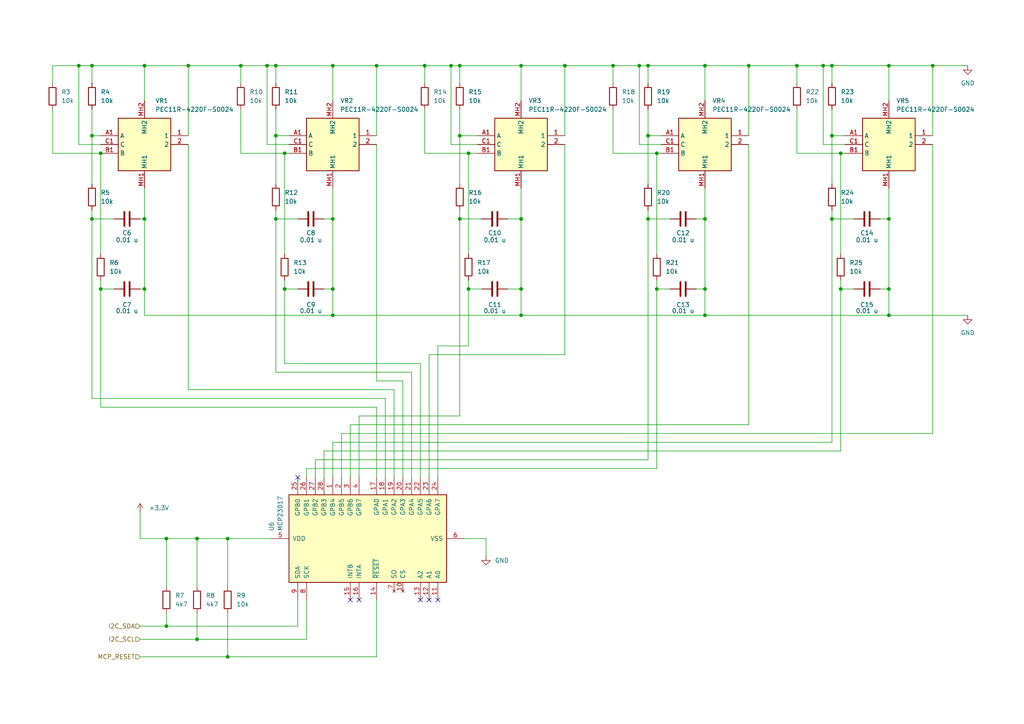
<source format=kicad_sch>
(kicad_sch (version 20250114) (generator "eeschema") (generator_version "9.0")
  (paper "A4")
  (title_block (title "VC 5") (date "2025-02-25") (rev "1.0") (comment 1 "Designed by Jan Eberhardt"))
  (lib_symbols
    (symbol "Device:C" (pin_numbers (hide yes)) (pin_names (offset 0.254))
      (property "Reference" "C" (at 0.635 2.54 0))
      (property "Value" "C" (at 0.635 -2.54 0))
      (symbol "C_0_1"
        (polyline (pts (xy -2.032 0.762) (xy 2.032 0.762)) (stroke (width 0.508)))
        (polyline (pts (xy -2.032 -0.762) (xy 2.032 -0.762)) (stroke (width 0.508)))
      )
      (symbol "C_1_1"
        (pin passive line (at 0 3.81 270) (length 2.794) (name "~") (number "1"))
        (pin passive line (at 0 -3.81 90) (length 2.794) (name "~") (number "2"))
      )
    )
    (symbol "Device:R" (pin_numbers (hide yes)) (pin_names (offset 0))
      (property "Reference" "R" (at 2.032 0 90))
      (property "Value" "R" (at 0 0 90))
      (symbol "R_0_1"
        (rectangle (start -1.016 -2.54) (end 1.016 2.54) (stroke (width 0.254)))
      )
      (symbol "R_1_1"
        (pin passive line (at 0 3.81 270) (length 1.27) (name "~") (number "1"))
        (pin passive line (at 0 -3.81 90) (length 1.27) (name "~") (number "2"))
      )
    )
    (symbol "VC5_library:MCP23017" (pin_names (offset 1.016))
      (property "Reference" "U7" (at 2.1941 27.94 0))
      (property "Value" "MCP23017" (at 2.1941 25.4 0))
      (symbol "MCP23017_0_1"
        (rectangle (start -12.7 22.86) (end 12.7 -22.86) (stroke (width 0.254)) (fill (type background)))
      )
      (symbol "MCP23017_1_1"
        (pin bidirectional line (at -17.78 20.32 0) (length 5.08) (name "SDA") (number "9"))
        (pin input line (at -17.78 17.78 0) (length 5.08) (name "SCK") (number "8"))
        (pin tri_state line (at -17.78 5.08 0) (length 5.08) (name "INTB") (number "15"))
        (pin tri_state line (at -17.78 2.54 0) (length 5.08) (name "INTA") (number "16"))
        (pin input line (at -17.78 -2.54 0) (length 5.08) (name "~{RESET}") (number "14"))
        (pin input line (at -17.78 -15.24 0) (length 5.08) (name "A2") (number "13"))
        (pin input line (at -17.78 -17.78 0) (length 5.08) (name "A1") (number "12"))
        (pin input line (at -17.78 -20.32 0) (length 5.08) (name "A0") (number "11"))
        (pin no_connect line (at -15.24 -7.62 0) (length 2.54) (name "SO") (number "7"))
        (pin no_connect line (at -15.24 -10.16 0) (length 2.54) (name "CS") (number "10"))
        (pin power_in line (at 0 27.94 270) (length 5.08) (name "VDD") (number "5"))
        (pin power_in line (at 0 -27.94 90) (length 5.08) (name "VSS") (number "6"))
        (pin bidirectional line (at 17.78 20.32 180) (length 5.08) (name "GPB0") (number "25"))
        (pin bidirectional line (at 17.78 17.78 180) (length 5.08) (name "GPB1") (number "26"))
        (pin bidirectional line (at 17.78 15.24 180) (length 5.08) (name "GPB2") (number "27"))
        (pin bidirectional line (at 17.78 12.7 180) (length 5.08) (name "GPB3") (number "28"))
        (pin bidirectional line (at 17.78 10.16 180) (length 5.08) (name "GPB4") (number "1"))
        (pin bidirectional line (at 17.78 7.62 180) (length 5.08) (name "GPB5") (number "2"))
        (pin bidirectional line (at 17.78 5.08 180) (length 5.08) (name "GPB6") (number "3"))
        (pin bidirectional line (at 17.78 2.54 180) (length 5.08) (name "GPB7") (number "4"))
        (pin bidirectional line (at 17.78 -2.54 180) (length 5.08) (name "GPA0") (number "17"))
        (pin bidirectional line (at 17.78 -5.08 180) (length 5.08) (name "GPA1") (number "18"))
        (pin bidirectional line (at 17.78 -7.62 180) (length 5.08) (name "GPA2") (number "19"))
        (pin bidirectional line (at 17.78 -10.16 180) (length 5.08) (name "GPA3") (number "20"))
        (pin bidirectional line (at 17.78 -12.7 180) (length 5.08) (name "GPA4") (number "21"))
        (pin bidirectional line (at 17.78 -15.24 180) (length 5.08) (name "GPA5") (number "22"))
        (pin bidirectional line (at 17.78 -17.78 180) (length 5.08) (name "GPA6") (number "23"))
        (pin bidirectional line (at 17.78 -20.32 180) (length 5.08) (name "GPA7") (number "24"))
      )
    )
    (symbol "VC5_library:PEC11R-4220F-S0024"
      (property "Reference" "VR" (at 21.59 12.7 0))
      (property "Value" "PEC11R-4220F-S0024" (at 21.59 10.16 0))
      (symbol "PEC11R-4220F-S0024_1_1"
        (rectangle (start 5.08 7.62) (end 20.32 -7.62) (stroke (width 0.254)) (fill (type background)))
        (pin passive line (at 0 0 0) (length 5.08) (name "MH2") (number "MH2"))
        (pin passive line (at 10.16 12.7 270) (length 5.08) (name "1") (number "1"))
        (pin passive line (at 10.16 -12.7 90) (length 5.08) (name "A") (number "A1"))
        (pin passive line (at 12.7 12.7 270) (length 5.08) (name "2") (number "2"))
        (pin passive line (at 12.7 -12.7 90) (length 5.08) (name "C") (number "C1"))
        (pin passive line (at 15.24 -12.7 90) (length 5.08) (name "B") (number "B1"))
        (pin passive line (at 25.4 0 180) (length 5.08) (name "MH1") (number "MH1"))
      )
    )
    (symbol "power:+3.3V" (power) (pin_numbers (hide yes)) (pin_names (offset 0) (hide yes))
      (property "Value" "+3.3V" (at 0 3.556 0))
      (symbol "+3.3V_0_1"
        (polyline (pts (xy -0.762 1.27) (xy 0 2.54)))
        (polyline (pts (xy 0 2.54) (xy 0.762 1.27)))
        (polyline (pts (xy 0 0) (xy 0 2.54)))
      )
      (symbol "+3.3V_1_1"
        (pin power_in line (at 0 0 90) (length 0) (name "~") (number "1"))
      )
    )
    (symbol "power:GND" (power) (pin_numbers (hide yes)) (pin_names (offset 0) (hide yes))
      (property "Value" "GND" (at 0 -3.81 0))
      (symbol "GND_0_1"
        (polyline (pts (xy 0 0) (xy 0 -1.27) (xy 1.27 -1.27) (xy 0 -2.54) (xy -1.27 -1.27) (xy 0 -1.27)))
      )
      (symbol "GND_1_1"
        (pin power_in line (at 0 0 270) (length 0) (name "~") (number "1"))
      )
    )
  )
  (junction (at 109.22 19.05))
  (junction (at 133.35 39.37))
  (junction (at 190.5 83.82))
  (junction (at 231.14 19.05))
  (junction (at 80.01 63.5))
  (junction (at 80.01 39.37))
  (junction (at 22.86 19.05))
  (junction (at 177.8 19.05))
  (junction (at 29.21 44.45))
  (junction (at 217.17 19.05))
  (junction (at 241.3 39.37))
  (junction (at 26.67 19.05))
  (junction (at 66.04 190.5))
  (junction (at 82.55 83.82))
  (junction (at 80.01 19.05))
  (junction (at 185.42 19.05))
  (junction (at 190.5 44.45))
  (junction (at 257.81 83.82))
  (junction (at 57.15 156.21))
  (junction (at 243.84 83.82))
  (junction (at 41.91 19.05))
  (junction (at 57.15 185.42))
  (junction (at 130.81 19.05))
  (junction (at 204.47 63.5))
  (junction (at 257.81 19.05))
  (junction (at 151.13 19.05))
  (junction (at 187.96 63.5))
  (junction (at 270.51 19.05))
  (junction (at 243.84 44.45))
  (junction (at 187.96 39.37))
  (junction (at 26.67 39.37))
  (junction (at 41.91 63.5))
  (junction (at 123.19 19.05))
  (junction (at 66.04 156.21))
  (junction (at 26.67 63.5))
  (junction (at 133.35 63.5))
  (junction (at 204.47 91.44))
  (junction (at 135.89 44.45))
  (junction (at 54.61 19.05))
  (junction (at 151.13 63.5))
  (junction (at 135.89 83.82))
  (junction (at 204.47 19.05))
  (junction (at 96.52 91.44))
  (junction (at 48.26 156.21))
  (junction (at 151.13 91.44))
  (junction (at 257.81 91.44))
  (junction (at 133.35 19.05))
  (junction (at 96.52 19.05))
  (junction (at 69.85 19.05))
  (junction (at 96.52 63.5))
  (junction (at 96.52 83.82))
  (junction (at 77.47 19.05))
  (junction (at 82.55 44.45))
  (junction (at 241.3 63.5))
  (junction (at 41.91 83.82))
  (junction (at 163.83 19.05))
  (junction (at 187.96 19.05))
  (junction (at 204.47 83.82))
  (junction (at 29.21 83.82))
  (junction (at 238.76 19.05))
  (junction (at 241.3 19.05))
  (junction (at 48.26 181.61))
  (junction (at 257.81 63.5))
  (junction (at 151.13 83.82))
  (no_connect (at 86.36 138.43))
  (no_connect (at 127 173.99))
  (no_connect (at 121.92 173.99))
  (no_connect (at 104.14 173.99))
  (no_connect (at 124.46 173.99))
  (no_connect (at 101.6 173.99))
  (wire (pts (xy 88.9 138.43) (xy 88.9 135.89)))
  (wire (pts (xy 40.64 148.59) (xy 40.64 156.21)))
  (wire (pts (xy 109.22 19.05) (xy 123.19 19.05)))
  (wire (pts (xy 243.84 44.45) (xy 243.84 73.66)))
  (wire (pts (xy 243.84 83.82) (xy 247.65 83.82)))
  (wire (pts (xy 177.8 19.05) (xy 185.42 19.05)))
  (wire (pts (xy 231.14 44.45) (xy 243.84 44.45)))
  (wire (pts (xy 243.84 44.45) (xy 245.11 44.45)))
  (wire (pts (xy 231.14 31.75) (xy 231.14 44.45)))
  (wire (pts (xy 48.26 156.21) (xy 57.15 156.21)))
  (wire (pts (xy 96.52 19.05) (xy 109.22 19.05)))
  (wire (pts (xy 15.24 31.75) (xy 15.24 44.45)))
  (wire (pts (xy 48.26 177.8) (xy 48.26 181.61)))
  (wire (pts (xy 241.3 60.96) (xy 241.3 63.5)))
  (wire (pts (xy 243.84 83.82) (xy 243.84 130.81)))
  (wire (pts (xy 139.7 63.5) (xy 133.35 63.5)))
  (wire (pts (xy 140.97 156.21) (xy 140.97 161.29)))
  (wire (pts (xy 151.13 83.82) (xy 151.13 63.5)))
  (wire (pts (xy 177.8 31.75) (xy 177.8 44.45)))
  (wire (pts (xy 187.96 39.37) (xy 187.96 53.34)))
  (wire (pts (xy 204.47 63.5) (xy 204.47 54.61)))
  (wire (pts (xy 93.98 63.5) (xy 96.52 63.5)))
  (wire (pts (xy 80.01 63.5) (xy 86.36 63.5)))
  (wire (pts (xy 109.22 19.05) (xy 109.22 39.37)))
  (wire (pts (xy 57.15 185.42) (xy 88.9 185.42)))
  (wire (pts (xy 66.04 177.8) (xy 66.04 190.5)))
  (wire (pts (xy 217.17 123.19) (xy 101.6 123.19)))
  (wire (pts (xy 241.3 19.05) (xy 241.3 24.13)))
  (wire (pts (xy 257.81 19.05) (xy 257.81 29.21)))
  (wire (pts (xy 109.22 110.49) (xy 116.84 110.49)))
  (wire (pts (xy 133.35 63.5) (xy 133.35 120.65)))
  (wire (pts (xy 26.67 31.75) (xy 26.67 39.37)))
  (wire (pts (xy 48.26 181.61) (xy 86.36 181.61)))
  (wire (pts (xy 91.44 138.43) (xy 91.44 133.35)))
  (wire (pts (xy 257.81 19.05) (xy 270.51 19.05)))
  (wire (pts (xy 130.81 19.05) (xy 133.35 19.05)))
  (wire (pts (xy 54.61 19.05) (xy 54.61 39.37)))
  (wire (pts (xy 245.11 41.91) (xy 238.76 41.91)))
  (wire (pts (xy 41.91 83.82) (xy 41.91 91.44)))
  (wire (pts (xy 96.52 54.61) (xy 96.52 63.5)))
  (wire (pts (xy 104.14 138.43) (xy 104.14 120.65)))
  (wire (pts (xy 217.17 19.05) (xy 231.14 19.05)))
  (wire (pts (xy 163.83 19.05) (xy 177.8 19.05)))
  (wire (pts (xy 187.96 19.05) (xy 187.96 24.13)))
  (wire (pts (xy 26.67 115.57) (xy 26.67 63.5)))
  (wire (pts (xy 116.84 138.43) (xy 116.84 110.49)))
  (wire (pts (xy 96.52 19.05) (xy 96.52 29.21)))
  (wire (pts (xy 82.55 83.82) (xy 82.55 105.41)))
  (wire (pts (xy 57.15 156.21) (xy 57.15 170.18)))
  (wire (pts (xy 29.21 39.37) (xy 26.67 39.37)))
  (wire (pts (xy 99.06 138.43) (xy 99.06 125.73)))
  (wire (pts (xy 88.9 173.99) (xy 88.9 185.42)))
  (wire (pts (xy 255.27 63.5) (xy 257.81 63.5)))
  (wire (pts (xy 26.67 115.57) (xy 111.76 115.57)))
  (wire (pts (xy 127 138.43) (xy 127 100.33)))
  (wire (pts (xy 201.93 63.5) (xy 204.47 63.5)))
  (wire (pts (xy 54.61 41.91) (xy 54.61 113.03)))
  (wire (pts (xy 82.55 81.28) (xy 82.55 83.82)))
  (wire (pts (xy 238.76 19.05) (xy 241.3 19.05)))
  (wire (pts (xy 22.86 19.05) (xy 26.67 19.05)))
  (wire (pts (xy 66.04 156.21) (xy 66.04 170.18)))
  (wire (pts (xy 138.43 39.37) (xy 133.35 39.37)))
  (wire (pts (xy 177.8 19.05) (xy 177.8 24.13)))
  (wire (pts (xy 82.55 44.45) (xy 82.55 73.66)))
  (wire (pts (xy 93.98 83.82) (xy 96.52 83.82)))
  (wire (pts (xy 96.52 138.43) (xy 96.52 128.27)))
  (wire (pts (xy 190.5 44.45) (xy 191.77 44.45)))
  (wire (pts (xy 66.04 190.5) (xy 40.64 190.5)))
  (wire (pts (xy 80.01 39.37) (xy 80.01 53.34)))
  (wire (pts (xy 96.52 83.82) (xy 96.52 91.44)))
  (wire (pts (xy 121.92 138.43) (xy 121.92 105.41)))
  (wire (pts (xy 217.17 19.05) (xy 217.17 39.37)))
  (wire (pts (xy 40.64 185.42) (xy 57.15 185.42)))
  (wire (pts (xy 187.96 31.75) (xy 187.96 39.37)))
  (wire (pts (xy 40.64 156.21) (xy 48.26 156.21)))
  (wire (pts (xy 147.32 83.82) (xy 151.13 83.82)))
  (wire (pts (xy 134.62 156.21) (xy 140.97 156.21)))
  (wire (pts (xy 66.04 190.5) (xy 109.22 190.5)))
  (wire (pts (xy 270.51 19.05) (xy 270.51 39.37)))
  (wire (pts (xy 66.04 156.21) (xy 78.74 156.21)))
  (wire (pts (xy 29.21 41.91) (xy 22.86 41.91)))
  (wire (pts (xy 80.01 19.05) (xy 96.52 19.05)))
  (wire (pts (xy 187.96 133.35) (xy 91.44 133.35)))
  (wire (pts (xy 41.91 63.5) (xy 41.91 83.82)))
  (wire (pts (xy 135.89 100.33) (xy 127 100.33)))
  (wire (pts (xy 241.3 19.05) (xy 257.81 19.05)))
  (wire (pts (xy 204.47 19.05) (xy 217.17 19.05)))
  (wire (pts (xy 185.42 19.05) (xy 185.42 41.91)))
  (wire (pts (xy 40.64 83.82) (xy 41.91 83.82)))
  (wire (pts (xy 80.01 31.75) (xy 80.01 39.37)))
  (wire (pts (xy 270.51 41.91) (xy 270.51 125.73)))
  (wire (pts (xy 241.3 63.5) (xy 241.3 128.27)))
  (wire (pts (xy 187.96 60.96) (xy 187.96 63.5)))
  (wire (pts (xy 204.47 83.82) (xy 204.47 63.5)))
  (wire (pts (xy 109.22 138.43) (xy 109.22 118.11)))
  (wire (pts (xy 41.91 19.05) (xy 54.61 19.05)))
  (wire (pts (xy 29.21 118.11) (xy 109.22 118.11)))
  (wire (pts (xy 109.22 173.99) (xy 109.22 190.5)))
  (wire (pts (xy 241.3 128.27) (xy 96.52 128.27)))
  (wire (pts (xy 270.51 19.05) (xy 280.67 19.05)))
  (wire (pts (xy 133.35 63.5) (xy 133.35 60.96)))
  (wire (pts (xy 190.5 83.82) (xy 194.31 83.82)))
  (wire (pts (xy 187.96 19.05) (xy 204.47 19.05)))
  (wire (pts (xy 80.01 63.5) (xy 80.01 107.95)))
  (wire (pts (xy 241.3 39.37) (xy 245.11 39.37)))
  (wire (pts (xy 123.19 31.75) (xy 123.19 44.45)))
  (wire (pts (xy 231.14 19.05) (xy 238.76 19.05)))
  (wire (pts (xy 185.42 19.05) (xy 187.96 19.05)))
  (wire (pts (xy 54.61 19.05) (xy 69.85 19.05)))
  (wire (pts (xy 15.24 24.13) (xy 15.24 19.05)))
  (wire (pts (xy 123.19 19.05) (xy 123.19 24.13)))
  (wire (pts (xy 204.47 83.82) (xy 204.47 91.44)))
  (wire (pts (xy 133.35 120.65) (xy 104.14 120.65)))
  (wire (pts (xy 83.82 44.45) (xy 82.55 44.45)))
  (wire (pts (xy 29.21 44.45) (xy 29.21 73.66)))
  (wire (pts (xy 109.22 41.91) (xy 109.22 110.49)))
  (wire (pts (xy 133.35 31.75) (xy 133.35 39.37)))
  (wire (pts (xy 163.83 102.87) (xy 124.46 102.87)))
  (wire (pts (xy 80.01 60.96) (xy 80.01 63.5)))
  (wire (pts (xy 135.89 44.45) (xy 135.89 73.66)))
  (wire (pts (xy 151.13 63.5) (xy 151.13 54.61)))
  (wire (pts (xy 80.01 19.05) (xy 80.01 24.13)))
  (wire (pts (xy 135.89 81.28) (xy 135.89 83.82)))
  (wire (pts (xy 57.15 177.8) (xy 57.15 185.42)))
  (wire (pts (xy 133.35 39.37) (xy 133.35 53.34)))
  (wire (pts (xy 241.3 63.5) (xy 247.65 63.5)))
  (wire (pts (xy 101.6 138.43) (xy 101.6 123.19)))
  (wire (pts (xy 191.77 39.37) (xy 187.96 39.37)))
  (wire (pts (xy 26.67 39.37) (xy 26.67 53.34)))
  (wire (pts (xy 133.35 19.05) (xy 133.35 24.13)))
  (wire (pts (xy 54.61 113.03) (xy 114.3 113.03)))
  (wire (pts (xy 187.96 63.5) (xy 187.96 133.35)))
  (wire (pts (xy 241.3 39.37) (xy 241.3 53.34)))
  (wire (pts (xy 82.55 105.41) (xy 121.92 105.41)))
  (wire (pts (xy 270.51 125.73) (xy 99.06 125.73)))
  (wire (pts (xy 163.83 41.91) (xy 163.83 102.87)))
  (wire (pts (xy 238.76 19.05) (xy 238.76 41.91)))
  (wire (pts (xy 83.82 41.91) (xy 77.47 41.91)))
  (wire (pts (xy 69.85 19.05) (xy 77.47 19.05)))
  (wire (pts (xy 243.84 81.28) (xy 243.84 83.82)))
  (wire (pts (xy 80.01 107.95) (xy 119.38 107.95)))
  (wire (pts (xy 26.67 19.05) (xy 26.67 24.13)))
  (wire (pts (xy 187.96 63.5) (xy 194.31 63.5)))
  (wire (pts (xy 241.3 31.75) (xy 241.3 39.37)))
  (wire (pts (xy 114.3 138.43) (xy 114.3 113.03)))
  (wire (pts (xy 255.27 83.82) (xy 257.81 83.82)))
  (wire (pts (xy 69.85 19.05) (xy 69.85 24.13)))
  (wire (pts (xy 33.02 83.82) (xy 29.21 83.82)))
  (wire (pts (xy 83.82 39.37) (xy 80.01 39.37)))
  (wire (pts (xy 124.46 138.43) (xy 124.46 102.87)))
  (wire (pts (xy 135.89 44.45) (xy 138.43 44.45)))
  (wire (pts (xy 257.81 91.44) (xy 280.67 91.44)))
  (wire (pts (xy 77.47 19.05) (xy 77.47 41.91)))
  (wire (pts (xy 190.5 44.45) (xy 190.5 73.66)))
  (wire (pts (xy 77.47 19.05) (xy 80.01 19.05)))
  (wire (pts (xy 135.89 83.82) (xy 139.7 83.82)))
  (wire (pts (xy 57.15 156.21) (xy 66.04 156.21)))
  (wire (pts (xy 243.84 130.81) (xy 93.98 130.81)))
  (wire (pts (xy 69.85 31.75) (xy 69.85 44.45)))
  (wire (pts (xy 138.43 41.91) (xy 130.81 41.91)))
  (wire (pts (xy 29.21 118.11) (xy 29.21 83.82)))
  (wire (pts (xy 204.47 91.44) (xy 257.81 91.44)))
  (wire (pts (xy 123.19 44.45) (xy 135.89 44.45)))
  (wire (pts (xy 86.36 173.99) (xy 86.36 181.61)))
  (wire (pts (xy 151.13 83.82) (xy 151.13 91.44)))
  (wire (pts (xy 190.5 81.28) (xy 190.5 83.82)))
  (wire (pts (xy 69.85 44.45) (xy 82.55 44.45)))
  (wire (pts (xy 22.86 41.91) (xy 22.86 19.05)))
  (wire (pts (xy 40.64 63.5) (xy 41.91 63.5)))
  (wire (pts (xy 135.89 83.82) (xy 135.89 100.33)))
  (wire (pts (xy 96.52 63.5) (xy 96.52 83.82)))
  (wire (pts (xy 151.13 19.05) (xy 151.13 29.21)))
  (wire (pts (xy 41.91 91.44) (xy 96.52 91.44)))
  (wire (pts (xy 123.19 19.05) (xy 130.81 19.05)))
  (wire (pts (xy 41.91 19.05) (xy 41.91 29.21)))
  (wire (pts (xy 204.47 19.05) (xy 204.47 29.21)))
  (wire (pts (xy 82.55 83.82) (xy 86.36 83.82)))
  (wire (pts (xy 185.42 41.91) (xy 191.77 41.91)))
  (wire (pts (xy 96.52 91.44) (xy 151.13 91.44)))
  (wire (pts (xy 119.38 138.43) (xy 119.38 107.95)))
  (wire (pts (xy 257.81 83.82) (xy 257.81 63.5)))
  (wire (pts (xy 201.93 83.82) (xy 204.47 83.82)))
  (wire (pts (xy 26.67 63.5) (xy 33.02 63.5)))
  (wire (pts (xy 177.8 44.45) (xy 190.5 44.45)))
  (wire (pts (xy 151.13 19.05) (xy 163.83 19.05)))
  (wire (pts (xy 41.91 54.61) (xy 41.91 63.5)))
  (wire (pts (xy 190.5 83.82) (xy 190.5 135.89)))
  (wire (pts (xy 217.17 41.91) (xy 217.17 123.19)))
  (wire (pts (xy 15.24 19.05) (xy 22.86 19.05)))
  (wire (pts (xy 48.26 181.61) (xy 40.64 181.61)))
  (wire (pts (xy 29.21 81.28) (xy 29.21 83.82)))
  (wire (pts (xy 163.83 19.05) (xy 163.83 39.37)))
  (wire (pts (xy 93.98 138.43) (xy 93.98 130.81)))
  (wire (pts (xy 111.76 138.43) (xy 111.76 115.57)))
  (wire (pts (xy 133.35 19.05) (xy 151.13 19.05)))
  (wire (pts (xy 48.26 156.21) (xy 48.26 170.18)))
  (wire (pts (xy 257.81 63.5) (xy 257.81 54.61)))
  (wire (pts (xy 26.67 60.96) (xy 26.67 63.5)))
  (wire (pts (xy 26.67 19.05) (xy 41.91 19.05)))
  (wire (pts (xy 147.32 63.5) (xy 151.13 63.5)))
  (wire (pts (xy 130.81 19.05) (xy 130.81 41.91)))
  (wire (pts (xy 15.24 44.45) (xy 29.21 44.45)))
  (wire (pts (xy 257.81 83.82) (xy 257.81 91.44)))
  (wire (pts (xy 151.13 91.44) (xy 204.47 91.44)))
  (wire (pts (xy 190.5 135.89) (xy 88.9 135.89)))
  (wire (pts (xy 231.14 19.05) (xy 231.14 24.13)))
  (hierarchical_label "MCP_RESET" (shape input) (at 40.64 190.5 180))
  (hierarchical_label "I2C_SCL" (shape input) (at 40.64 185.42 180))
  (hierarchical_label "I2C_SDA" (shape input) (at 40.64 181.61 180))
  (symbol (lib_id "VC5_library:PEC11R-4220F-S0024") (at 257.81 29.21 270) (unit 1)
    (property "Reference" "VR5" (at 259.9533 29.21 90) (effects (justify left)))
    (property "Value" "PEC11R-4220F-S0024" (at 259.9533 31.75 90) (effects (justify left)))
    (property "Footprint" "VC5_footprint_library:PEC11R_4220F_S0024" (effects (hide yes)))
    (property "Datasheet" "https://www.bourns.com/docs/Product-Datasheets/PEC11R.pdf" (effects (hide yes)))
    (property "Description" "Bourns 24 Pulse Incremental Mechanical Rotary Encoder with a 6 mm Flat Shaft (Not Indexed), Through Hole" (effects (hide yes)))
    (property "Height" "27.5" (effects (hide yes)))
    (property "Manufacturer_Name" "Bourns" (effects (hide yes)))
    (property "Manufacturer_Part_Number" "PEC11R-4220F-S0024" (effects (hide yes)))
    (property "Mouser Part Number" "652-PEC11R-4220F-S24" (effects (hide yes)))
    (property "Mouser Price/Stock" "https://www.mouser.co.uk/ProductDetail/Bourns/PEC11R-4220F-S0024?qs=Zq5ylnUbLm6NGsQdib%2Ffbw%3D%3D" (effects (hide yes)))
    (property "Arrow Part Number" "PEC11R-4220F-S0024" (effects (hide yes)))
    (property "Arrow Price/Stock" "https://www.arrow.com/en/products/pec11r-4220f-s0024/bourns?utm_currency=USD&region=nac" (effects (hide yes)))
  )
  (symbol (lib_id "Device:R") (at 80.01 27.94 0) (unit 1)
    (property "Reference" "R11" (at 82.55 26.6699 0) (effects (justify left)))
    (property "Value" "10k" (at 82.55 29.2099 0) (effects (justify left)))
    (property "Description" "Resistor" (effects (hide yes)))
  )
  (symbol (lib_id "Device:R") (at 82.55 77.47 0) (unit 1)
    (property "Reference" "R13" (at 85.09 76.1999 0) (effects (justify left)))
    (property "Value" "10k" (at 85.09 78.7399 0) (effects (justify left)))
    (property "Description" "Resistor" (effects (hide yes)))
  )
  (symbol (lib_id "VC5_library:PEC11R-4220F-S0024") (at 204.47 29.21 270) (unit 1)
    (property "Reference" "VR4" (at 206.6133 29.21 90) (effects (justify left)))
    (property "Value" "PEC11R-4220F-S0024" (at 206.6133 31.75 90) (effects (justify left)))
    (property "Footprint" "VC5_footprint_library:PEC11R_4220F_S0024" (effects (hide yes)))
    (property "Datasheet" "https://www.bourns.com/docs/Product-Datasheets/PEC11R.pdf" (effects (hide yes)))
    (property "Description" "Bourns 24 Pulse Incremental Mechanical Rotary Encoder with a 6 mm Flat Shaft (Not Indexed), Through Hole" (effects (hide yes)))
    (property "Height" "27.5" (effects (hide yes)))
    (property "Manufacturer_Name" "Bourns" (effects (hide yes)))
    (property "Manufacturer_Part_Number" "PEC11R-4220F-S0024" (effects (hide yes)))
    (property "Mouser Part Number" "652-PEC11R-4220F-S24" (effects (hide yes)))
    (property "Mouser Price/Stock" "https://www.mouser.co.uk/ProductDetail/Bourns/PEC11R-4220F-S0024?qs=Zq5ylnUbLm6NGsQdib%2Ffbw%3D%3D" (effects (hide yes)))
    (property "Arrow Part Number" "PEC11R-4220F-S0024" (effects (hide yes)))
    (property "Arrow Price/Stock" "https://www.arrow.com/en/products/pec11r-4220f-s0024/bourns?utm_currency=USD&region=nac" (effects (hide yes)))
  )
  (symbol (lib_id "VC5_library:MCP23017") (at 106.68 156.21 90) (unit 1)
    (property "Reference" "U6" (at 78.74 154.0667 0) (effects (justify left)))
    (property "Value" "MCP23017" (at 81.28 154.0667 0) (effects (justify left)))
    (property "Footprint" "VC5_footprint_library:MCP23017_IO_expander" (effects (hide yes)))
    (property "Datasheet" "https://www.waveshare.com/wiki/MCP23017_IO_Expansion_Board" (effects (hide yes)))
    (property "Description" "16-bit I/O expander, I2C, interrupts, w pull-ups, QFN-28" (effects (hide yes)))
  )
  (symbol (lib_id "VC5_library:PEC11R-4220F-S0024") (at 96.52 29.21 270) (unit 1)
    (property "Reference" "VR2" (at 98.6633 29.21 90) (effects (justify left)))
    (property "Value" "PEC11R-4220F-S0024" (at 98.6633 31.75 90) (effects (justify left)))
    (property "Footprint" "VC5_footprint_library:PEC11R_4220F_S0024" (effects (hide yes)))
    (property "Datasheet" "https://www.bourns.com/docs/Product-Datasheets/PEC11R.pdf" (effects (hide yes)))
    (property "Description" "Bourns 24 Pulse Incremental Mechanical Rotary Encoder with a 6 mm Flat Shaft (Not Indexed), Through Hole" (effects (hide yes)))
    (property "Height" "27.5" (effects (hide yes)))
    (property "Manufacturer_Name" "Bourns" (effects (hide yes)))
    (property "Manufacturer_Part_Number" "PEC11R-4220F-S0024" (effects (hide yes)))
    (property "Mouser Part Number" "652-PEC11R-4220F-S24" (effects (hide yes)))
    (property "Mouser Price/Stock" "https://www.mouser.co.uk/ProductDetail/Bourns/PEC11R-4220F-S0024?qs=Zq5ylnUbLm6NGsQdib%2Ffbw%3D%3D" (effects (hide yes)))
    (property "Arrow Part Number" "PEC11R-4220F-S0024" (effects (hide yes)))
    (property "Arrow Price/Stock" "https://www.arrow.com/en/products/pec11r-4220f-s0024/bourns?utm_currency=USD&region=nac" (effects (hide yes)))
  )
  (symbol (lib_id "VC5_library:PEC11R-4220F-S0024") (at 151.13 29.21 270) (unit 1)
    (property "Reference" "VR3" (at 153.2733 29.21 90) (effects (justify left)))
    (property "Value" "PEC11R-4220F-S0024" (at 153.2733 31.75 90) (effects (justify left)))
    (property "Footprint" "VC5_footprint_library:PEC11R_4220F_S0024" (effects (hide yes)))
    (property "Datasheet" "https://www.bourns.com/docs/Product-Datasheets/PEC11R.pdf" (effects (hide yes)))
    (property "Description" "Bourns 24 Pulse Incremental Mechanical Rotary Encoder with a 6 mm Flat Shaft (Not Indexed), Through Hole" (effects (hide yes)))
    (property "Height" "27.5" (effects (hide yes)))
    (property "Manufacturer_Name" "Bourns" (effects (hide yes)))
    (property "Manufacturer_Part_Number" "PEC11R-4220F-S0024" (effects (hide yes)))
    (property "Mouser Part Number" "652-PEC11R-4220F-S24" (effects (hide yes)))
    (property "Mouser Price/Stock" "https://www.mouser.co.uk/ProductDetail/Bourns/PEC11R-4220F-S0024?qs=Zq5ylnUbLm6NGsQdib%2Ffbw%3D%3D" (effects (hide yes)))
    (property "Arrow Part Number" "PEC11R-4220F-S0024" (effects (hide yes)))
    (property "Arrow Price/Stock" "https://www.arrow.com/en/products/pec11r-4220f-s0024/bourns?utm_currency=USD&region=nac" (effects (hide yes)))
  )
  (symbol (lib_id "Device:C") (at 251.46 63.5 90) (unit 1)
    (property "Reference" "C14" (at 251.46 67.564 90))
    (property "Value" "0.01 u" (at 251.46 69.596 90))
    (property "Description" "Unpolarized capacitor" (effects (hide yes)))
  )
  (symbol (lib_id "Device:R") (at 123.19 27.94 0) (unit 1)
    (property "Reference" "R14" (at 125.73 26.6699 0) (effects (justify left)))
    (property "Value" "10k" (at 125.73 29.2099 0) (effects (justify left)))
    (property "Description" "Resistor" (effects (hide yes)))
  )
  (symbol (lib_id "power:GND") (at 280.67 91.44 0) (unit 1)
    (property "Reference" "#PWR013" (effects (hide yes)))
    (property "Value" "GND" (at 280.67 96.52 0))
    (property "Description" "Power symbol creates a global label with name \"GND\" , ground" (effects (hide yes)))
  )
  (symbol (lib_id "Device:R") (at 69.85 27.94 0) (unit 1)
    (property "Reference" "R10" (at 72.39 26.6699 0) (effects (justify left)))
    (property "Value" "10k" (at 72.39 29.2099 0) (effects (justify left)))
    (property "Description" "Resistor" (effects (hide yes)))
  )
  (symbol (lib_id "Device:R") (at 190.5 77.47 0) (unit 1)
    (property "Reference" "R21" (at 193.04 76.1999 0) (effects (justify left)))
    (property "Value" "10k" (at 193.04 78.7399 0) (effects (justify left)))
    (property "Description" "Resistor" (effects (hide yes)))
  )
  (symbol (lib_id "Device:R") (at 29.21 77.47 0) (unit 1)
    (property "Reference" "R6" (at 31.75 76.1999 0) (effects (justify left)))
    (property "Value" "10k" (at 31.75 78.7399 0) (effects (justify left)))
    (property "Description" "Resistor" (effects (hide yes)))
  )
  (symbol (lib_id "Device:C") (at 143.51 83.82 90) (unit 1)
    (property "Reference" "C11" (at 143.51 88.392 90))
    (property "Value" "0.01 u" (at 143.51 90.17 90))
    (property "Description" "Unpolarized capacitor" (effects (hide yes)))
  )
  (symbol (lib_id "Device:R") (at 241.3 27.94 0) (unit 1)
    (property "Reference" "R23" (at 243.84 26.6699 0) (effects (justify left)))
    (property "Value" "10k" (at 243.84 29.2099 0) (effects (justify left)))
    (property "Description" "Resistor" (effects (hide yes)))
  )
  (symbol (lib_id "Device:R") (at 241.3 57.15 0) (unit 1)
    (property "Reference" "R24" (at 243.84 55.8799 0) (effects (justify left)))
    (property "Value" "10k" (at 243.84 58.4199 0) (effects (justify left)))
    (property "Description" "Resistor" (effects (hide yes)))
  )
  (symbol (lib_id "Device:R") (at 135.89 77.47 0) (unit 1)
    (property "Reference" "R17" (at 138.43 76.1999 0) (effects (justify left)))
    (property "Value" "10k" (at 138.43 78.7399 0) (effects (justify left)))
    (property "Description" "Resistor" (effects (hide yes)))
  )
  (symbol (lib_id "Device:C") (at 90.17 63.5 90) (unit 1)
    (property "Reference" "C8" (at 90.17 67.564 90))
    (property "Value" "0.01 u" (at 90.17 69.596 90))
    (property "Description" "Unpolarized capacitor" (effects (hide yes)))
  )
  (symbol (lib_id "Device:C") (at 36.83 63.5 90) (unit 1)
    (property "Reference" "C6" (at 36.83 67.564 90))
    (property "Value" "0.01 u" (at 36.83 69.596 90))
    (property "Description" "Unpolarized capacitor" (effects (hide yes)))
  )
  (symbol (lib_id "Device:C") (at 90.17 83.82 90) (unit 1)
    (property "Reference" "C9" (at 90.17 88.392 90))
    (property "Value" "0.01 u" (at 90.17 90.17 90))
    (property "Description" "Unpolarized capacitor" (effects (hide yes)))
  )
  (symbol (lib_id "power:GND") (at 280.67 19.05 0) (unit 1)
    (property "Reference" "#PWR012" (effects (hide yes)))
    (property "Value" "GND" (at 280.67 24.13 0))
    (property "Description" "Power symbol creates a global label with name \"GND\" , ground" (effects (hide yes)))
  )
  (symbol (lib_id "Device:R") (at 15.24 27.94 0) (unit 1)
    (property "Reference" "R3" (at 17.78 26.6699 0) (effects (justify left)))
    (property "Value" "10k" (at 17.78 29.2099 0) (effects (justify left)))
    (property "Description" "Resistor" (effects (hide yes)))
  )
  (symbol (lib_id "Device:R") (at 187.96 27.94 0) (unit 1)
    (property "Reference" "R19" (at 190.5 26.6699 0) (effects (justify left)))
    (property "Value" "10k" (at 190.5 29.2099 0) (effects (justify left)))
    (property "Description" "Resistor" (effects (hide yes)))
  )
  (symbol (lib_id "Device:C") (at 251.46 83.82 90) (unit 1)
    (property "Reference" "C15" (at 251.46 88.392 90))
    (property "Value" "0.01 u" (at 251.46 90.17 90))
    (property "Description" "Unpolarized capacitor" (effects (hide yes)))
  )
  (symbol (lib_id "Device:C") (at 198.12 83.82 90) (unit 1)
    (property "Reference" "C13" (at 198.12 88.392 90))
    (property "Value" "0.01 u" (at 198.12 90.17 90))
    (property "Description" "Unpolarized capacitor" (effects (hide yes)))
  )
  (symbol (lib_id "Device:C") (at 36.83 83.82 90) (unit 1)
    (property "Reference" "C7" (at 36.83 88.392 90))
    (property "Value" "0.01 u" (at 36.83 90.17 90))
    (property "Description" "Unpolarized capacitor" (effects (hide yes)))
  )
  (symbol (lib_id "Device:R") (at 231.14 27.94 0) (unit 1)
    (property "Reference" "R22" (at 233.68 26.6699 0) (effects (justify left)))
    (property "Value" "10k" (at 233.68 29.2099 0) (effects (justify left)))
    (property "Description" "Resistor" (effects (hide yes)))
  )
  (symbol (lib_id "Device:R") (at 133.35 57.15 0) (unit 1)
    (property "Reference" "R16" (at 135.89 55.8799 0) (effects (justify left)))
    (property "Value" "10k" (at 135.89 58.4199 0) (effects (justify left)))
    (property "Description" "Resistor" (effects (hide yes)))
  )
  (symbol (lib_id "VC5_library:PEC11R-4220F-S0024") (at 41.91 29.21 270) (unit 1)
    (property "Reference" "VR1" (at 45.0281 29.21 90) (effects (justify left)))
    (property "Value" "PEC11R-4220F-S0024" (at 45.0281 31.75 90) (effects (justify left)))
    (property "Footprint" "VC5_footprint_library:PEC11R_4220F_S0024" (effects (hide yes)))
    (property "Datasheet" "https://www.bourns.com/docs/Product-Datasheets/PEC11R.pdf" (effects (hide yes)))
    (property "Description" "Bourns 24 Pulse Incremental Mechanical Rotary Encoder with a 6 mm Flat Shaft (Not Indexed), Through Hole" (effects (hide yes)))
    (property "Height" "27.5" (effects (hide yes)))
    (property "Manufacturer_Name" "Bourns" (effects (hide yes)))
    (property "Manufacturer_Part_Number" "PEC11R-4220F-S0024" (effects (hide yes)))
    (property "Mouser Part Number" "652-PEC11R-4220F-S24" (effects (hide yes)))
    (property "Mouser Price/Stock" "https://www.mouser.co.uk/ProductDetail/Bourns/PEC11R-4220F-S0024?qs=Zq5ylnUbLm6NGsQdib%2Ffbw%3D%3D" (effects (hide yes)))
    (property "Arrow Part Number" "PEC11R-4220F-S0024" (effects (hide yes)))
    (property "Arrow Price/Stock" "https://www.arrow.com/en/products/pec11r-4220f-s0024/bourns?utm_currency=USD&region=nac" (effects (hide yes)))
  )
  (symbol (lib_id "power:+3.3V") (at 40.64 148.59 0) (unit 1)
    (property "Reference" "#PWR010" (effects (hide yes)))
    (property "Value" "+3.3V" (at 43.18 147.3199 0) (effects (justify left)))
    (property "Description" "Power symbol creates a global label with name \"+3.3V\"" (effects (hide yes)))
  )
  (symbol (lib_id "Device:R") (at 48.26 173.99 180) (unit 1)
    (property "Reference" "R7" (at 50.8 172.7199 0) (effects (justify right)))
    (property "Value" "4k7" (at 50.8 175.2599 0) (effects (justify right)))
    (property "Footprint" "Resistor_THT:R_Axial_DIN0207_L6.3mm_D2.5mm_P10.16mm_Horizontal" (effects (hide yes)))
    (property "Description" "Resistor" (effects (hide yes)))
  )
  (symbol (lib_id "Device:R") (at 66.04 173.99 0) (unit 1)
    (property "Reference" "R9" (at 68.58 172.7199 0) (effects (justify left)))
    (property "Value" "10k" (at 68.58 175.2599 0) (effects (justify left)))
    (property "Footprint" "Resistor_THT:R_Axial_DIN0207_L6.3mm_D2.5mm_P10.16mm_Horizontal" (effects (hide yes)))
    (property "Description" "Resistor" (effects (hide yes)))
  )
  (symbol (lib_id "Device:R") (at 57.15 173.99 180) (unit 1)
    (property "Reference" "R8" (at 59.69 172.7199 0) (effects (justify right)))
    (property "Value" "4k7" (at 59.69 175.2599 0) (effects (justify right)))
    (property "Footprint" "Resistor_THT:R_Axial_DIN0207_L6.3mm_D2.5mm_P10.16mm_Horizontal" (effects (hide yes)))
    (property "Description" "Resistor" (effects (hide yes)))
  )
  (symbol (lib_id "Device:R") (at 187.96 57.15 0) (unit 1)
    (property "Reference" "R20" (at 190.5 55.8799 0) (effects (justify left)))
    (property "Value" "10k" (at 190.5 58.4199 0) (effects (justify left)))
    (property "Description" "Resistor" (effects (hide yes)))
  )
  (symbol (lib_id "Device:R") (at 80.01 57.15 0) (unit 1)
    (property "Reference" "R12" (at 82.55 55.8799 0) (effects (justify left)))
    (property "Value" "10k" (at 82.55 58.4199 0) (effects (justify left)))
    (property "Description" "Resistor" (effects (hide yes)))
  )
  (symbol (lib_id "Device:R") (at 26.67 57.15 0) (unit 1)
    (property "Reference" "R5" (at 29.21 55.8799 0) (effects (justify left)))
    (property "Value" "10k" (at 29.21 58.4199 0) (effects (justify left)))
    (property "Description" "Resistor" (effects (hide yes)))
  )
  (symbol (lib_id "Device:C") (at 198.12 63.5 90) (unit 1)
    (property "Reference" "C12" (at 198.12 67.564 90))
    (property "Value" "0.01 u" (at 198.12 69.596 90))
    (property "Description" "Unpolarized capacitor" (effects (hide yes)))
  )
  (symbol (lib_id "Device:R") (at 177.8 27.94 0) (unit 1)
    (property "Reference" "R18" (at 180.34 26.6699 0) (effects (justify left)))
    (property "Value" "10k" (at 180.34 29.2099 0) (effects (justify left)))
    (property "Description" "Resistor" (effects (hide yes)))
  )
  (symbol (lib_id "Device:R") (at 26.67 27.94 0) (unit 1)
    (property "Reference" "R4" (at 29.21 26.6699 0) (effects (justify left)))
    (property "Value" "10k" (at 29.21 29.2099 0) (effects (justify left)))
    (property "Description" "Resistor" (effects (hide yes)))
  )
  (symbol (lib_id "power:GND") (at 140.97 161.29 0) (unit 1)
    (property "Reference" "#PWR011" (effects (hide yes)))
    (property "Value" "GND" (at 143.51 162.5599 0) (effects (justify left)))
    (property "Description" "Power symbol creates a global label with name \"GND\" , ground" (effects (hide yes)))
  )
  (symbol (lib_id "Device:C") (at 143.51 63.5 90) (unit 1)
    (property "Reference" "C10" (at 143.51 67.564 90))
    (property "Value" "0.01 u" (at 143.51 69.596 90))
    (property "Description" "Unpolarized capacitor" (effects (hide yes)))
  )
  (symbol (lib_id "Device:R") (at 243.84 77.47 0) (unit 1)
    (property "Reference" "R25" (at 246.38 76.1999 0) (effects (justify left)))
    (property "Value" "10k" (at 246.38 78.7399 0) (effects (justify left)))
    (property "Description" "Resistor" (effects (hide yes)))
  )
  (symbol (lib_id "Device:R") (at 133.35 27.94 0) (unit 1)
    (property "Reference" "R15" (at 135.89 26.6699 0) (effects (justify left)))
    (property "Value" "10k" (at 135.89 29.2099 0) (effects (justify left)))
    (property "Description" "Resistor" (effects (hide yes)))
  )
)
</source>
